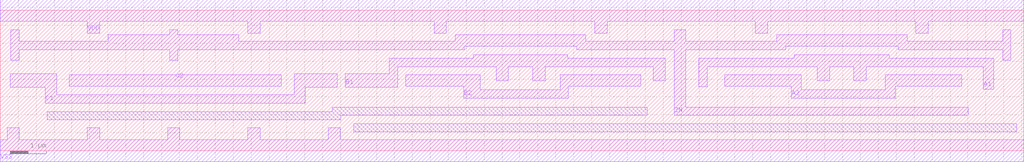
<source format=lef>
# Copyright 2022 GlobalFoundries PDK Authors
#
# Licensed under the Apache License, Version 2.0 (the "License");
# you may not use this file except in compliance with the License.
# You may obtain a copy of the License at
#
#      http://www.apache.org/licenses/LICENSE-2.0
#
# Unless required by applicable law or agreed to in writing, software
# distributed under the License is distributed on an "AS IS" BASIS,
# WITHOUT WARRANTIES OR CONDITIONS OF ANY KIND, either express or implied.
# See the License for the specific language governing permissions and
# limitations under the License.

MACRO gf180mcu_fd_sc_mcu7t5v0__oai222_4
  CLASS core ;
  FOREIGN gf180mcu_fd_sc_mcu7t5v0__oai222_4 0.0 0.0 ;
  ORIGIN 0 0 ;
  SYMMETRY X Y ;
  SITE GF018hv5v_mcu_sc7 ;
  SIZE 28.56 BY 3.92 ;
  PIN A1
    DIRECTION INPUT ;
    ANTENNAGATEAREA 4.158 ;
    PORT
      LAYER METAL1 ;
        POLYGON 19.49 1.79 19.73 1.79 19.73 2.35 22.8 2.35 22.8 1.95 23.14 1.95 23.14 2.35 23.82 2.35 23.82 1.95 24.16 1.95 24.16 2.35 27.42 2.35 27.42 1.72 27.715 1.72 27.715 2.58 24.8 2.58 24.8 2.68 22.16 2.68 22.16 2.58 19.49 2.58  ;
    END
  END A1
  PIN A2
    DIRECTION INPUT ;
    ANTENNAGATEAREA 4.158 ;
    PORT
      LAYER METAL1 ;
        POLYGON 20.21 1.8 22.07 1.8 22.07 1.47 24.97 1.47 24.97 1.8 26.83 1.8 26.83 2.12 24.69 2.12 24.69 1.7 22.35 1.7 22.35 2.12 20.21 2.12  ;
    END
  END A2
  PIN B1
    DIRECTION INPUT ;
    ANTENNAGATEAREA 4.158 ;
    PORT
      LAYER METAL1 ;
        POLYGON 9.63 1.77 11.09 1.77 11.09 2.35 13.84 2.35 13.84 1.95 14.18 1.95 14.18 2.35 14.86 2.35 14.86 1.95 15.2 1.95 15.2 2.35 18.05 2.35 18.22 2.35 18.22 1.95 18.56 1.95 18.56 2.58 18.05 2.58 15.84 2.58 15.84 2.68 13.2 2.68 13.2 2.58 10.86 2.58 10.86 2.15 9.63 2.15  ;
    END
  END B1
  PIN B2
    DIRECTION INPUT ;
    ANTENNAGATEAREA 4.158 ;
    PORT
      LAYER METAL1 ;
        POLYGON 11.32 1.8 12.93 1.8 12.93 1.47 15.85 1.47 15.85 1.8 17.87 1.8 17.87 2.12 15.62 2.12 15.62 1.7 13.39 1.7 13.39 2.12 11.32 2.12  ;
    END
  END B2
  PIN C1
    DIRECTION INPUT ;
    ANTENNAGATEAREA 4.158 ;
    PORT
      LAYER METAL1 ;
        POLYGON 0.28 1.77 1.255 1.77 1.255 1.33 8.515 1.33 8.515 1.77 9.4 1.77 9.4 2.15 8.2 2.15 8.2 1.56 1.57 1.56 1.57 2.15 0.28 2.15  ;
    END
  END C1
  PIN C2
    DIRECTION INPUT ;
    ANTENNAGATEAREA 4.158 ;
    PORT
      LAYER METAL1 ;
        POLYGON 1.92 1.8 7.84 1.8 7.84 2.12 1.92 2.12  ;
    END
  END C2
  PIN ZN
    DIRECTION OUTPUT ;
    ANTENNADIFFAREA 6.88075 ;
    PORT
      LAYER METAL1 ;
        POLYGON 19.12 2.82 21.91 2.82 21.91 2.92 25.05 2.92 25.05 2.82 27.965 2.82 27.965 2.53 28.195 2.53 28.195 3.38 27.965 3.38 27.965 3.05 25.3 3.05 25.3 3.24 21.66 3.24 21.66 3.05 19.12 3.05 19.12 3.38 18.81 3.38 18.81 3.05 18.05 3.05 16.34 3.05 16.34 3.24 12.7 3.24 12.7 3.05 6.66 3.05 6.66 3.24 4.955 3.24 4.955 3.38 4.725 3.38 4.725 3.24 3.02 3.24 3.02 3.05 0.525 3.05 0.525 3.38 0.295 3.38 0.295 2.53 0.525 2.53 0.525 2.82 4.725 2.82 4.725 2.53 4.955 2.53 4.955 2.82 12.95 2.82 12.95 2.92 16.09 2.92 16.09 2.82 18.05 2.82 18.81 2.82 18.81 0.99 27.01 0.99 27.01 1.22 19.12 1.22  ;
    END
  END ZN
  PIN VDD
    DIRECTION INOUT ;
    USE power ;
    SHAPE ABUTMENT ;
    PORT
      LAYER METAL1 ;
        POLYGON 0 3.62 2.43 3.62 2.43 3.28 2.77 3.28 2.77 3.62 6.91 3.62 6.91 3.285 7.25 3.285 7.25 3.62 12.11 3.62 12.11 3.285 12.45 3.285 12.45 3.62 16.59 3.62 16.59 3.285 16.93 3.285 16.93 3.62 18.05 3.62 21.07 3.62 21.07 3.285 21.41 3.285 21.41 3.62 25.55 3.62 25.55 3.285 25.89 3.285 25.89 3.62 28.36 3.62 28.56 3.62 28.56 4.22 28.36 4.22 18.05 4.22 0 4.22  ;
    END
  END VDD
  PIN VSS
    DIRECTION INOUT ;
    USE ground ;
    SHAPE ABUTMENT ;
    PORT
      LAYER METAL1 ;
        POLYGON 0 -0.3 28.56 -0.3 28.56 0.3 9.49 0.3 9.49 0.635 9.15 0.635 9.15 0.3 7.25 0.3 7.25 0.635 6.91 0.635 6.91 0.3 5.01 0.3 5.01 0.635 4.67 0.635 4.67 0.3 2.77 0.3 2.77 0.635 2.43 0.635 2.43 0.3 0.53 0.3 0.53 0.635 0.19 0.635 0.19 0.3 0 0.3  ;
    END
  END VSS
  OBS
      LAYER METAL1 ;
        POLYGON 1.31 0.865 9.495 0.865 9.495 0.99 18.05 0.99 18.05 1.22 9.265 1.22 9.265 1.095 1.31 1.095  ;
        POLYGON 9.86 0.53 28.36 0.53 28.36 0.76 9.86 0.76  ;
  END
END gf180mcu_fd_sc_mcu7t5v0__oai222_4

</source>
